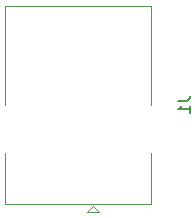
<source format=gbr>
G04 #@! TF.GenerationSoftware,KiCad,Pcbnew,5.1.5+dfsg1-2build2*
G04 #@! TF.CreationDate,2021-12-25T17:24:44+01:00*
G04 #@! TF.ProjectId,ntc-6251-qmk-pcb-rounded,6e74632d-3632-4353-912d-716d6b2d7063,rev?*
G04 #@! TF.SameCoordinates,Original*
G04 #@! TF.FileFunction,Legend,Bot*
G04 #@! TF.FilePolarity,Positive*
%FSLAX46Y46*%
G04 Gerber Fmt 4.6, Leading zero omitted, Abs format (unit mm)*
G04 Created by KiCad (PCBNEW 5.1.5+dfsg1-2build2) date 2021-12-25 17:24:44*
%MOMM*%
%LPD*%
G04 APERTURE LIST*
%ADD10C,0.120000*%
%ADD11C,0.150000*%
G04 APERTURE END LIST*
D10*
X398010000Y-59240000D02*
X398010000Y-63500000D01*
X398010000Y-63500000D02*
X385690000Y-63500000D01*
X385690000Y-63500000D02*
X385690000Y-59240000D01*
X398010000Y-55140000D02*
X398010000Y-46780000D01*
X398010000Y-46780000D02*
X385690000Y-46780000D01*
X385690000Y-46780000D02*
X385690000Y-55140000D01*
X393100000Y-63720000D02*
X393600000Y-64220000D01*
X393600000Y-64220000D02*
X392600000Y-64220000D01*
X392600000Y-64220000D02*
X393100000Y-63720000D01*
D11*
X400322380Y-54806666D02*
X401036666Y-54806666D01*
X401179523Y-54759047D01*
X401274761Y-54663809D01*
X401322380Y-54520952D01*
X401322380Y-54425714D01*
X401322380Y-55806666D02*
X401322380Y-55235238D01*
X401322380Y-55520952D02*
X400322380Y-55520952D01*
X400465238Y-55425714D01*
X400560476Y-55330476D01*
X400608095Y-55235238D01*
M02*

</source>
